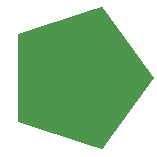
<source format=gbr>
%FSLAX34Y34*%
%MOIN*%
%AMPOLYGON*
5,1,5,0,0,0.5,0*%
%ADD10POLYGON*%
D10*
X0Y0D03*
M02*

</source>
